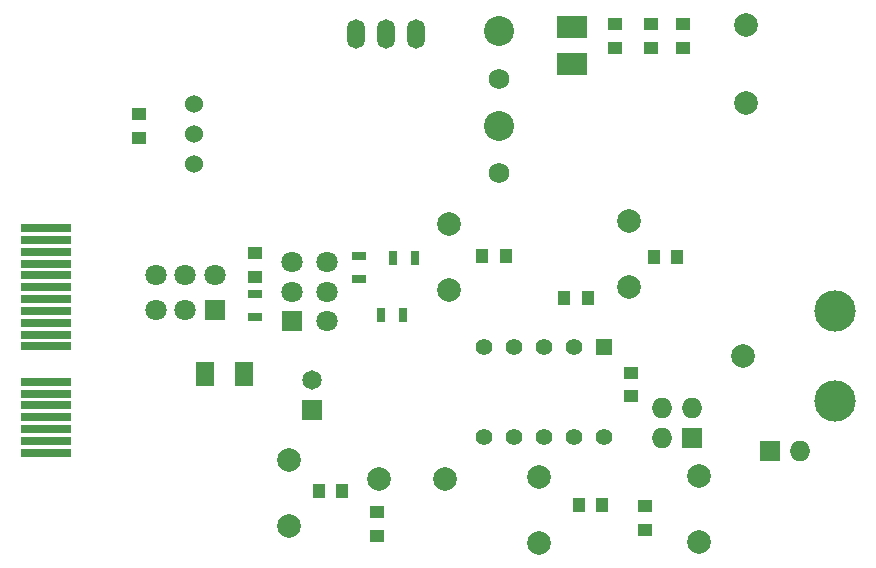
<source format=gbs>
%FSLAX46Y46*%
G04 Gerber Fmt 4.6, Leading zero omitted, Abs format (unit mm)*
G04 Created by KiCad (PCBNEW (2014-10-27 BZR 5228)-product) date 13/01/2015 10:49:15*
%MOMM*%
G01*
G04 APERTURE LIST*
%ADD10C,0.100000*%
%ADD11R,1.250000X1.000000*%
%ADD12R,1.000000X1.250000*%
%ADD13R,1.651000X1.651000*%
%ADD14C,1.651000*%
%ADD15R,2.499360X1.950720*%
%ADD16R,4.200000X0.700000*%
%ADD17R,1.524000X2.032000*%
%ADD18R,1.397000X1.397000*%
%ADD19C,1.397000*%
%ADD20C,1.998980*%
%ADD21C,3.500000*%
%ADD22C,2.000000*%
%ADD23R,1.727200X1.727200*%
%ADD24O,1.727200X1.727200*%
%ADD25R,1.300000X0.700000*%
%ADD26R,0.700000X1.300000*%
%ADD27R,1.800000X1.800000*%
%ADD28C,1.800000*%
%ADD29C,2.540000*%
%ADD30C,1.727200*%
%ADD31C,1.524000*%
%ADD32O,1.501140X2.499360*%
G04 APERTURE END LIST*
D10*
D11*
X142800000Y-60000000D03*
X142800000Y-58000000D03*
D12*
X148200000Y-78100000D03*
X150200000Y-78100000D03*
D11*
X153100000Y-79900000D03*
X153100000Y-81900000D03*
D12*
X170200000Y-79300000D03*
X172200000Y-79300000D03*
D11*
X175800000Y-79400000D03*
X175800000Y-81400000D03*
X133000000Y-46200000D03*
X133000000Y-48200000D03*
D13*
X147600000Y-71270000D03*
D14*
X147600000Y-68730000D03*
D12*
X164042600Y-58229500D03*
X162042600Y-58229500D03*
D11*
X176300000Y-40600000D03*
X176300000Y-38600000D03*
X179000000Y-40600000D03*
X179000000Y-38600000D03*
X173300000Y-40600000D03*
X173300000Y-38600000D03*
D15*
X169600000Y-41949400D03*
X169600000Y-38850600D03*
D12*
X178546000Y-58293000D03*
X176546000Y-58293000D03*
X169000000Y-61800000D03*
X171000000Y-61800000D03*
D16*
X125074560Y-55868200D03*
X125074560Y-56868200D03*
X125074560Y-57868200D03*
X125074560Y-58868200D03*
X125074560Y-59868200D03*
X125074560Y-60868200D03*
X125074560Y-61868200D03*
X125074560Y-62868200D03*
X125074560Y-63868200D03*
X125074560Y-64868200D03*
X125074560Y-65868200D03*
X125074560Y-68868200D03*
X125074560Y-69868200D03*
X125074560Y-70868200D03*
X125074560Y-71868200D03*
X125074560Y-72868200D03*
X125074560Y-73868200D03*
X125074560Y-74868200D03*
D17*
X138549000Y-68200000D03*
X141851000Y-68200000D03*
D18*
X172339000Y-65913000D03*
D19*
X169799000Y-65913000D03*
X167259000Y-65913000D03*
X164719000Y-65913000D03*
X162179000Y-65913000D03*
X162179000Y-73533000D03*
X164719000Y-73533000D03*
X167259000Y-73533000D03*
X169799000Y-73533000D03*
X172339000Y-73533000D03*
D20*
X145696000Y-75508000D03*
X145696000Y-81096000D03*
X153308000Y-77104000D03*
X158896000Y-77104000D03*
X166804000Y-82492000D03*
X166804000Y-76904000D03*
X180396000Y-76808000D03*
X180396000Y-82396000D03*
X159258000Y-55499000D03*
X159258000Y-61087000D03*
X174498000Y-55245000D03*
X174498000Y-60833000D03*
D21*
X191900000Y-70500000D03*
X191900000Y-62900000D03*
D22*
X184100000Y-66700000D03*
D23*
X186430000Y-74700000D03*
D24*
X188970000Y-74700000D03*
D25*
X142800000Y-61450000D03*
X142800000Y-63350000D03*
D26*
X155350000Y-63200000D03*
X153450000Y-63200000D03*
D25*
X151600000Y-58250000D03*
X151600000Y-60150000D03*
D26*
X156350000Y-58400000D03*
X154450000Y-58400000D03*
D23*
X179770000Y-73670000D03*
D24*
X179770000Y-71130000D03*
X177230000Y-73670000D03*
X177230000Y-71130000D03*
D27*
X139400000Y-62800000D03*
D28*
X136900000Y-62800000D03*
X139400000Y-59800000D03*
X134400000Y-62800000D03*
X134400000Y-59800000D03*
X136900000Y-59800000D03*
D27*
X145923000Y-63741300D03*
D28*
X145923000Y-61241300D03*
X148923000Y-63741300D03*
X145923000Y-58741300D03*
X148923000Y-58741300D03*
X148923000Y-61241300D03*
D29*
X163461700Y-39199300D03*
D30*
X163461700Y-43199300D03*
D29*
X163461700Y-47199300D03*
D30*
X163461700Y-51199300D03*
D31*
X137600000Y-47860000D03*
X137600000Y-45320000D03*
X137600000Y-50400000D03*
D32*
X153893520Y-39451280D03*
X156433520Y-39451280D03*
X151353520Y-39451280D03*
D11*
X174600000Y-70100000D03*
X174600000Y-68100000D03*
D20*
X184400000Y-45299460D03*
X184400000Y-38700540D03*
M02*

</source>
